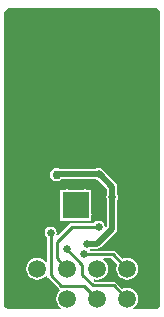
<source format=gbl>
G04*
G04 #@! TF.GenerationSoftware,Altium Limited,Altium Designer,18.1.7 (191)*
G04*
G04 Layer_Physical_Order=2*
G04 Layer_Color=39423*
%FSLAX24Y24*%
%MOIN*%
G70*
G01*
G75*
%ADD14C,0.0100*%
%ADD15R,0.0709X0.1772*%
%ADD43C,0.0200*%
%ADD44C,0.0591*%
%ADD45R,0.0591X0.0591*%
%ADD46R,0.0900X0.0900*%
%ADD47C,0.0250*%
%ADD48C,0.0200*%
%ADD49C,0.0276*%
%ADD50C,0.0300*%
G36*
X300Y10145D02*
X5050D01*
X5051Y10145D01*
X5100Y10145D01*
X5146Y10136D01*
X5180Y10130D01*
X5248Y10084D01*
X5293Y10016D01*
X5309Y9938D01*
X5309Y9936D01*
Y350D01*
X5309Y349D01*
X5309Y300D01*
X5300Y254D01*
X5293Y220D01*
X5248Y152D01*
X5180Y107D01*
X5102Y91D01*
X5100Y91D01*
X4415D01*
X4398Y141D01*
X4461Y189D01*
X4519Y266D01*
X4556Y355D01*
X4568Y450D01*
X4556Y545D01*
X4519Y634D01*
X4461Y711D01*
X4384Y769D01*
X4295Y806D01*
X4200Y818D01*
X4105Y806D01*
X4043Y780D01*
X3837Y987D01*
X3797Y1013D01*
X3750Y1022D01*
X3102D01*
X3078Y1051D01*
X3105Y1094D01*
X3200Y1082D01*
X3295Y1094D01*
X3384Y1131D01*
X3461Y1189D01*
X3519Y1266D01*
X3556Y1355D01*
X3568Y1450D01*
X3556Y1545D01*
X3519Y1634D01*
X3461Y1711D01*
X3407Y1751D01*
X3424Y1801D01*
X3676D01*
X3870Y1607D01*
X3844Y1545D01*
X3832Y1450D01*
X3844Y1355D01*
X3881Y1266D01*
X3939Y1189D01*
X4016Y1131D01*
X4105Y1094D01*
X4200Y1082D01*
X4295Y1094D01*
X4384Y1131D01*
X4461Y1189D01*
X4519Y1266D01*
X4556Y1355D01*
X4568Y1450D01*
X4556Y1545D01*
X4519Y1634D01*
X4461Y1711D01*
X4384Y1769D01*
X4295Y1806D01*
X4200Y1818D01*
X4105Y1806D01*
X4043Y1780D01*
X3813Y2010D01*
X3773Y2037D01*
X3726Y2046D01*
X2956D01*
X2947Y2058D01*
X2946Y2064D01*
X2970Y2111D01*
X3200D01*
X3266Y2124D01*
X3323Y2162D01*
X3823Y2662D01*
X3860Y2718D01*
X3873Y2784D01*
Y3743D01*
X3884Y3758D01*
X3899Y3834D01*
X3884Y3910D01*
X3873Y3926D01*
Y4184D01*
X3860Y4251D01*
X3823Y4307D01*
X3406Y4723D01*
X3391Y4746D01*
X3326Y4790D01*
X3250Y4805D01*
X3174Y4790D01*
X3158Y4779D01*
X1961D01*
X1936Y4796D01*
X1850Y4813D01*
X1764Y4796D01*
X1691Y4748D01*
X1643Y4675D01*
X1626Y4589D01*
X1643Y4503D01*
X1691Y4430D01*
X1764Y4382D01*
X1850Y4365D01*
X1936Y4382D01*
X2009Y4430D01*
X2009Y4430D01*
X2011Y4431D01*
X2061Y4433D01*
X3158D01*
X3174Y4422D01*
X3228Y4411D01*
X3527Y4112D01*
Y3926D01*
X3516Y3910D01*
X3501Y3834D01*
X3516Y3758D01*
X3527Y3743D01*
Y2858D01*
X3492Y2830D01*
X3449Y2851D01*
X3434Y2926D01*
X3391Y2991D01*
X3326Y3034D01*
X3250Y3049D01*
X3174Y3034D01*
X3109Y2991D01*
X3097Y2972D01*
X2350D01*
X2303Y2963D01*
X2263Y2937D01*
X1891Y2564D01*
X1837Y2575D01*
X1835Y2578D01*
X1849Y2650D01*
X1834Y2726D01*
X1791Y2791D01*
X1726Y2834D01*
X1650Y2849D01*
X1574Y2834D01*
X1509Y2791D01*
X1466Y2726D01*
X1451Y2650D01*
X1466Y2574D01*
X1509Y2509D01*
X1528Y2497D01*
Y1705D01*
X1478Y1688D01*
X1461Y1711D01*
X1384Y1769D01*
X1295Y1806D01*
X1200Y1818D01*
X1105Y1806D01*
X1016Y1769D01*
X939Y1711D01*
X881Y1634D01*
X844Y1545D01*
X832Y1450D01*
X844Y1355D01*
X881Y1266D01*
X939Y1189D01*
X1016Y1131D01*
X1105Y1094D01*
X1200Y1082D01*
X1295Y1094D01*
X1384Y1131D01*
X1461Y1189D01*
X1480Y1214D01*
X1533Y1202D01*
X1537Y1182D01*
X1563Y1142D01*
X1916Y790D01*
X1940Y774D01*
X1949Y718D01*
X1939Y711D01*
X1881Y634D01*
X1844Y545D01*
X1832Y450D01*
X1844Y355D01*
X1881Y266D01*
X1939Y189D01*
X2002Y141D01*
X1985Y91D01*
X350D01*
X349Y91D01*
X300Y91D01*
X254Y100D01*
X220Y107D01*
X152Y152D01*
X107Y220D01*
X91Y298D01*
X91Y300D01*
Y9886D01*
X91Y9887D01*
X91Y9936D01*
X100Y9983D01*
X107Y10016D01*
X152Y10084D01*
X220Y10130D01*
X298Y10145D01*
X300Y10145D01*
D02*
G37*
%LPC*%
G36*
X2796Y4093D02*
X2737Y4081D01*
X2246D01*
X2186Y4093D01*
X2127Y4081D01*
X1966D01*
Y3041D01*
X3006D01*
Y3202D01*
X3018Y3261D01*
X3006Y3321D01*
Y3872D01*
X3008Y3881D01*
X3006Y3891D01*
Y4081D01*
X2856D01*
X2796Y4093D01*
D02*
G37*
%LPD*%
D14*
X2350Y2850D02*
X3250D01*
X1850Y2350D02*
X2350Y2850D01*
X1850Y1800D02*
Y2350D01*
Y1800D02*
X2200Y1450D01*
X1650Y1229D02*
Y2650D01*
Y1229D02*
X2002Y877D01*
X2183Y2100D02*
X2700Y1583D01*
Y1250D02*
Y1583D01*
Y1250D02*
X3050Y900D01*
X3750D01*
X4200Y450D01*
X2002Y877D02*
X2773D01*
X3200Y450D01*
X3726Y1924D02*
X4200Y1450D01*
X2750Y1924D02*
X3726D01*
D15*
X1336Y9231D02*
D03*
X3864D02*
D03*
D43*
X2011Y4606D02*
G03*
X1885Y4554I0J-178D01*
G01*
X3250Y4606D02*
X3278D01*
X1864D02*
X3250D01*
X3700Y2784D02*
Y3834D01*
X3200Y2284D02*
X3700Y2784D01*
X2850Y2284D02*
X3200D01*
X3278Y4606D02*
X3700Y4184D01*
Y3834D02*
Y4184D01*
X1850Y4591D02*
X1864Y4606D01*
X1850Y4589D02*
Y4591D01*
D44*
X4200Y1450D02*
D03*
Y450D02*
D03*
X3200Y1450D02*
D03*
Y450D02*
D03*
X2200Y1450D02*
D03*
Y450D02*
D03*
X1200Y1450D02*
D03*
D45*
Y450D02*
D03*
D46*
X2486Y3561D02*
D03*
D47*
X4300Y2750D02*
D03*
X450Y4969D02*
D03*
X5105Y500D02*
D03*
X5069Y1300D02*
D03*
X5080Y2000D02*
D03*
X300Y350D02*
D03*
X650Y2025D02*
D03*
X3800Y2334D02*
D03*
X3250Y2850D02*
D03*
X1650Y2650D02*
D03*
X2183Y2100D02*
D03*
X2750Y1924D02*
D03*
X450Y950D02*
D03*
X3896Y7850D02*
D03*
X3910Y9200D02*
D03*
X1400Y8600D02*
D03*
Y9200D02*
D03*
X2000Y7950D02*
D03*
X5150Y6084D02*
D03*
X5166Y7134D02*
D03*
X3300Y5594D02*
D03*
X2000Y5650D02*
D03*
X3250Y4606D02*
D03*
X1500Y4184D02*
D03*
X1950Y6000D02*
D03*
X2150Y6500D02*
D03*
X350Y4034D02*
D03*
X700Y5550D02*
D03*
X5105Y8600D02*
D03*
X4600Y9234D02*
D03*
X600D02*
D03*
X5150Y6550D02*
D03*
X3910Y8484D02*
D03*
X600D02*
D03*
Y7734D02*
D03*
X4600Y6400D02*
D03*
X3356Y8054D02*
D03*
X1915Y6850D02*
D03*
X3700Y5950D02*
D03*
X3250Y6750D02*
D03*
X3800Y6440D02*
D03*
X600Y6234D02*
D03*
Y6984D02*
D03*
X2100Y7450D02*
D03*
X1350Y6234D02*
D03*
X1400Y5334D02*
D03*
X1050Y2400D02*
D03*
X4050Y4934D02*
D03*
X5100Y4634D02*
D03*
X2850Y2284D02*
D03*
X3700Y3834D02*
D03*
D48*
X3050Y6500D02*
D03*
X2950Y5850D02*
D03*
Y6200D02*
D03*
Y6850D02*
D03*
X3050Y8000D02*
D03*
X1360Y9800D02*
D03*
X3860D02*
D03*
X3238Y8450D02*
D03*
X3174Y8950D02*
D03*
X3238Y9450D02*
D03*
X3193Y9900D02*
D03*
X1985Y8550D02*
D03*
X2000Y9034D02*
D03*
X1971Y9500D02*
D03*
X1985Y9936D02*
D03*
X5066Y9800D02*
D03*
X4500Y9900D02*
D03*
X607Y9800D02*
D03*
X261Y9886D02*
D03*
X4450Y5650D02*
D03*
X3255Y4254D02*
D03*
X4100Y2028D02*
D03*
X4784Y250D02*
D03*
X5166Y900D02*
D03*
X5050Y1629D02*
D03*
X5146Y2350D02*
D03*
X5166Y2715D02*
D03*
X5146Y3727D02*
D03*
Y4200D02*
D03*
X5082Y5050D02*
D03*
X5100Y5601D02*
D03*
X5105Y7700D02*
D03*
X5146Y8139D02*
D03*
Y9150D02*
D03*
X1209Y6834D02*
D03*
X947Y6450D02*
D03*
X1550Y7350D02*
D03*
X1395Y8100D02*
D03*
X1100Y7550D02*
D03*
X950Y9200D02*
D03*
X250Y9204D02*
D03*
Y8800D02*
D03*
X261Y8091D02*
D03*
X300Y7350D02*
D03*
X250Y6600D02*
D03*
Y5935D02*
D03*
X261Y5400D02*
D03*
X300Y4422D02*
D03*
D49*
X2183Y3258D02*
D03*
X2796Y3881D02*
D03*
X2806Y3261D02*
D03*
X2186Y3881D02*
D03*
D50*
X1850Y4589D02*
D03*
M02*

</source>
